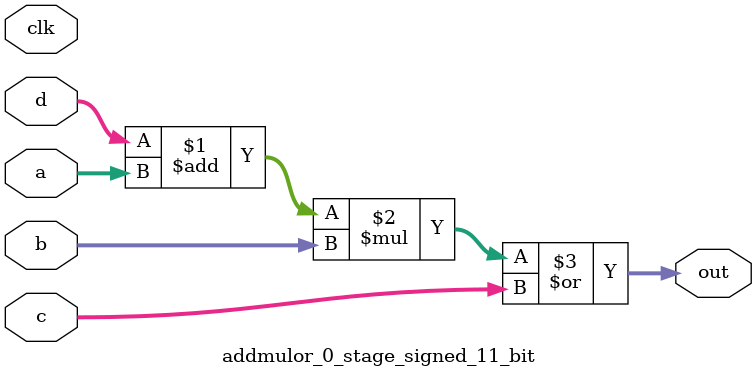
<source format=sv>
(* use_dsp = "yes" *) module addmulor_0_stage_signed_11_bit(
	input signed [10:0] a,
	input signed [10:0] b,
	input signed [10:0] c,
	input signed [10:0] d,
	output [10:0] out,
	input clk);

	assign out = ((d + a) * b) | c;
endmodule

</source>
